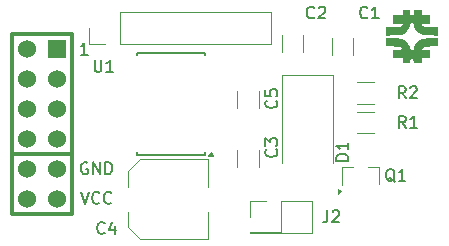
<source format=gbr>
%TF.GenerationSoftware,KiCad,Pcbnew,8.0.3*%
%TF.CreationDate,2024-07-01T17:14:51-05:00*%
%TF.ProjectId,Cartpole_HBridge,43617274-706f-46c6-955f-484272696467,rev?*%
%TF.SameCoordinates,Original*%
%TF.FileFunction,Legend,Top*%
%TF.FilePolarity,Positive*%
%FSLAX46Y46*%
G04 Gerber Fmt 4.6, Leading zero omitted, Abs format (unit mm)*
G04 Created by KiCad (PCBNEW 8.0.3) date 2024-07-01 17:14:51*
%MOMM*%
%LPD*%
G01*
G04 APERTURE LIST*
%ADD10C,0.150000*%
%ADD11C,0.120000*%
%ADD12C,0.000000*%
%ADD13C,0.304800*%
%ADD14C,1.524000*%
%ADD15R,1.524000X1.524000*%
G04 APERTURE END LIST*
D10*
X53333333Y-75859580D02*
X53285714Y-75907200D01*
X53285714Y-75907200D02*
X53142857Y-75954819D01*
X53142857Y-75954819D02*
X53047619Y-75954819D01*
X53047619Y-75954819D02*
X52904762Y-75907200D01*
X52904762Y-75907200D02*
X52809524Y-75811961D01*
X52809524Y-75811961D02*
X52761905Y-75716723D01*
X52761905Y-75716723D02*
X52714286Y-75526247D01*
X52714286Y-75526247D02*
X52714286Y-75383390D01*
X52714286Y-75383390D02*
X52761905Y-75192914D01*
X52761905Y-75192914D02*
X52809524Y-75097676D01*
X52809524Y-75097676D02*
X52904762Y-75002438D01*
X52904762Y-75002438D02*
X53047619Y-74954819D01*
X53047619Y-74954819D02*
X53142857Y-74954819D01*
X53142857Y-74954819D02*
X53285714Y-75002438D01*
X53285714Y-75002438D02*
X53333333Y-75050057D01*
X54190476Y-75288152D02*
X54190476Y-75954819D01*
X53952381Y-74907200D02*
X53714286Y-75621485D01*
X53714286Y-75621485D02*
X54333333Y-75621485D01*
X73954819Y-69738094D02*
X72954819Y-69738094D01*
X72954819Y-69738094D02*
X72954819Y-69499999D01*
X72954819Y-69499999D02*
X73002438Y-69357142D01*
X73002438Y-69357142D02*
X73097676Y-69261904D01*
X73097676Y-69261904D02*
X73192914Y-69214285D01*
X73192914Y-69214285D02*
X73383390Y-69166666D01*
X73383390Y-69166666D02*
X73526247Y-69166666D01*
X73526247Y-69166666D02*
X73716723Y-69214285D01*
X73716723Y-69214285D02*
X73811961Y-69261904D01*
X73811961Y-69261904D02*
X73907200Y-69357142D01*
X73907200Y-69357142D02*
X73954819Y-69499999D01*
X73954819Y-69499999D02*
X73954819Y-69738094D01*
X73954819Y-68214285D02*
X73954819Y-68785713D01*
X73954819Y-68499999D02*
X72954819Y-68499999D01*
X72954819Y-68499999D02*
X73097676Y-68595237D01*
X73097676Y-68595237D02*
X73192914Y-68690475D01*
X73192914Y-68690475D02*
X73240533Y-68785713D01*
X67859580Y-64666666D02*
X67907200Y-64714285D01*
X67907200Y-64714285D02*
X67954819Y-64857142D01*
X67954819Y-64857142D02*
X67954819Y-64952380D01*
X67954819Y-64952380D02*
X67907200Y-65095237D01*
X67907200Y-65095237D02*
X67811961Y-65190475D01*
X67811961Y-65190475D02*
X67716723Y-65238094D01*
X67716723Y-65238094D02*
X67526247Y-65285713D01*
X67526247Y-65285713D02*
X67383390Y-65285713D01*
X67383390Y-65285713D02*
X67192914Y-65238094D01*
X67192914Y-65238094D02*
X67097676Y-65190475D01*
X67097676Y-65190475D02*
X67002438Y-65095237D01*
X67002438Y-65095237D02*
X66954819Y-64952380D01*
X66954819Y-64952380D02*
X66954819Y-64857142D01*
X66954819Y-64857142D02*
X67002438Y-64714285D01*
X67002438Y-64714285D02*
X67050057Y-64666666D01*
X66954819Y-63761904D02*
X66954819Y-64238094D01*
X66954819Y-64238094D02*
X67431009Y-64285713D01*
X67431009Y-64285713D02*
X67383390Y-64238094D01*
X67383390Y-64238094D02*
X67335771Y-64142856D01*
X67335771Y-64142856D02*
X67335771Y-63904761D01*
X67335771Y-63904761D02*
X67383390Y-63809523D01*
X67383390Y-63809523D02*
X67431009Y-63761904D01*
X67431009Y-63761904D02*
X67526247Y-63714285D01*
X67526247Y-63714285D02*
X67764342Y-63714285D01*
X67764342Y-63714285D02*
X67859580Y-63761904D01*
X67859580Y-63761904D02*
X67907200Y-63809523D01*
X67907200Y-63809523D02*
X67954819Y-63904761D01*
X67954819Y-63904761D02*
X67954819Y-64142856D01*
X67954819Y-64142856D02*
X67907200Y-64238094D01*
X67907200Y-64238094D02*
X67859580Y-64285713D01*
X71083333Y-57609580D02*
X71035714Y-57657200D01*
X71035714Y-57657200D02*
X70892857Y-57704819D01*
X70892857Y-57704819D02*
X70797619Y-57704819D01*
X70797619Y-57704819D02*
X70654762Y-57657200D01*
X70654762Y-57657200D02*
X70559524Y-57561961D01*
X70559524Y-57561961D02*
X70511905Y-57466723D01*
X70511905Y-57466723D02*
X70464286Y-57276247D01*
X70464286Y-57276247D02*
X70464286Y-57133390D01*
X70464286Y-57133390D02*
X70511905Y-56942914D01*
X70511905Y-56942914D02*
X70559524Y-56847676D01*
X70559524Y-56847676D02*
X70654762Y-56752438D01*
X70654762Y-56752438D02*
X70797619Y-56704819D01*
X70797619Y-56704819D02*
X70892857Y-56704819D01*
X70892857Y-56704819D02*
X71035714Y-56752438D01*
X71035714Y-56752438D02*
X71083333Y-56800057D01*
X71464286Y-56800057D02*
X71511905Y-56752438D01*
X71511905Y-56752438D02*
X71607143Y-56704819D01*
X71607143Y-56704819D02*
X71845238Y-56704819D01*
X71845238Y-56704819D02*
X71940476Y-56752438D01*
X71940476Y-56752438D02*
X71988095Y-56800057D01*
X71988095Y-56800057D02*
X72035714Y-56895295D01*
X72035714Y-56895295D02*
X72035714Y-56990533D01*
X72035714Y-56990533D02*
X71988095Y-57133390D01*
X71988095Y-57133390D02*
X71416667Y-57704819D01*
X71416667Y-57704819D02*
X72035714Y-57704819D01*
X78833333Y-64454819D02*
X78500000Y-63978628D01*
X78261905Y-64454819D02*
X78261905Y-63454819D01*
X78261905Y-63454819D02*
X78642857Y-63454819D01*
X78642857Y-63454819D02*
X78738095Y-63502438D01*
X78738095Y-63502438D02*
X78785714Y-63550057D01*
X78785714Y-63550057D02*
X78833333Y-63645295D01*
X78833333Y-63645295D02*
X78833333Y-63788152D01*
X78833333Y-63788152D02*
X78785714Y-63883390D01*
X78785714Y-63883390D02*
X78738095Y-63931009D01*
X78738095Y-63931009D02*
X78642857Y-63978628D01*
X78642857Y-63978628D02*
X78261905Y-63978628D01*
X79214286Y-63550057D02*
X79261905Y-63502438D01*
X79261905Y-63502438D02*
X79357143Y-63454819D01*
X79357143Y-63454819D02*
X79595238Y-63454819D01*
X79595238Y-63454819D02*
X79690476Y-63502438D01*
X79690476Y-63502438D02*
X79738095Y-63550057D01*
X79738095Y-63550057D02*
X79785714Y-63645295D01*
X79785714Y-63645295D02*
X79785714Y-63740533D01*
X79785714Y-63740533D02*
X79738095Y-63883390D01*
X79738095Y-63883390D02*
X79166667Y-64454819D01*
X79166667Y-64454819D02*
X79785714Y-64454819D01*
X52488095Y-61204819D02*
X52488095Y-62014342D01*
X52488095Y-62014342D02*
X52535714Y-62109580D01*
X52535714Y-62109580D02*
X52583333Y-62157200D01*
X52583333Y-62157200D02*
X52678571Y-62204819D01*
X52678571Y-62204819D02*
X52869047Y-62204819D01*
X52869047Y-62204819D02*
X52964285Y-62157200D01*
X52964285Y-62157200D02*
X53011904Y-62109580D01*
X53011904Y-62109580D02*
X53059523Y-62014342D01*
X53059523Y-62014342D02*
X53059523Y-61204819D01*
X54059523Y-62204819D02*
X53488095Y-62204819D01*
X53773809Y-62204819D02*
X53773809Y-61204819D01*
X53773809Y-61204819D02*
X53678571Y-61347676D01*
X53678571Y-61347676D02*
X53583333Y-61442914D01*
X53583333Y-61442914D02*
X53488095Y-61490533D01*
X77904761Y-71550057D02*
X77809523Y-71502438D01*
X77809523Y-71502438D02*
X77714285Y-71407200D01*
X77714285Y-71407200D02*
X77571428Y-71264342D01*
X77571428Y-71264342D02*
X77476190Y-71216723D01*
X77476190Y-71216723D02*
X77380952Y-71216723D01*
X77428571Y-71454819D02*
X77333333Y-71407200D01*
X77333333Y-71407200D02*
X77238095Y-71311961D01*
X77238095Y-71311961D02*
X77190476Y-71121485D01*
X77190476Y-71121485D02*
X77190476Y-70788152D01*
X77190476Y-70788152D02*
X77238095Y-70597676D01*
X77238095Y-70597676D02*
X77333333Y-70502438D01*
X77333333Y-70502438D02*
X77428571Y-70454819D01*
X77428571Y-70454819D02*
X77619047Y-70454819D01*
X77619047Y-70454819D02*
X77714285Y-70502438D01*
X77714285Y-70502438D02*
X77809523Y-70597676D01*
X77809523Y-70597676D02*
X77857142Y-70788152D01*
X77857142Y-70788152D02*
X77857142Y-71121485D01*
X77857142Y-71121485D02*
X77809523Y-71311961D01*
X77809523Y-71311961D02*
X77714285Y-71407200D01*
X77714285Y-71407200D02*
X77619047Y-71454819D01*
X77619047Y-71454819D02*
X77428571Y-71454819D01*
X78809523Y-71454819D02*
X78238095Y-71454819D01*
X78523809Y-71454819D02*
X78523809Y-70454819D01*
X78523809Y-70454819D02*
X78428571Y-70597676D01*
X78428571Y-70597676D02*
X78333333Y-70692914D01*
X78333333Y-70692914D02*
X78238095Y-70740533D01*
X75583333Y-57609580D02*
X75535714Y-57657200D01*
X75535714Y-57657200D02*
X75392857Y-57704819D01*
X75392857Y-57704819D02*
X75297619Y-57704819D01*
X75297619Y-57704819D02*
X75154762Y-57657200D01*
X75154762Y-57657200D02*
X75059524Y-57561961D01*
X75059524Y-57561961D02*
X75011905Y-57466723D01*
X75011905Y-57466723D02*
X74964286Y-57276247D01*
X74964286Y-57276247D02*
X74964286Y-57133390D01*
X74964286Y-57133390D02*
X75011905Y-56942914D01*
X75011905Y-56942914D02*
X75059524Y-56847676D01*
X75059524Y-56847676D02*
X75154762Y-56752438D01*
X75154762Y-56752438D02*
X75297619Y-56704819D01*
X75297619Y-56704819D02*
X75392857Y-56704819D01*
X75392857Y-56704819D02*
X75535714Y-56752438D01*
X75535714Y-56752438D02*
X75583333Y-56800057D01*
X76535714Y-57704819D02*
X75964286Y-57704819D01*
X76250000Y-57704819D02*
X76250000Y-56704819D01*
X76250000Y-56704819D02*
X76154762Y-56847676D01*
X76154762Y-56847676D02*
X76059524Y-56942914D01*
X76059524Y-56942914D02*
X75964286Y-56990533D01*
X72206666Y-73954819D02*
X72206666Y-74669104D01*
X72206666Y-74669104D02*
X72159047Y-74811961D01*
X72159047Y-74811961D02*
X72063809Y-74907200D01*
X72063809Y-74907200D02*
X71920952Y-74954819D01*
X71920952Y-74954819D02*
X71825714Y-74954819D01*
X72635238Y-74050057D02*
X72682857Y-74002438D01*
X72682857Y-74002438D02*
X72778095Y-73954819D01*
X72778095Y-73954819D02*
X73016190Y-73954819D01*
X73016190Y-73954819D02*
X73111428Y-74002438D01*
X73111428Y-74002438D02*
X73159047Y-74050057D01*
X73159047Y-74050057D02*
X73206666Y-74145295D01*
X73206666Y-74145295D02*
X73206666Y-74240533D01*
X73206666Y-74240533D02*
X73159047Y-74383390D01*
X73159047Y-74383390D02*
X72587619Y-74954819D01*
X72587619Y-74954819D02*
X73206666Y-74954819D01*
X78833333Y-66954819D02*
X78500000Y-66478628D01*
X78261905Y-66954819D02*
X78261905Y-65954819D01*
X78261905Y-65954819D02*
X78642857Y-65954819D01*
X78642857Y-65954819D02*
X78738095Y-66002438D01*
X78738095Y-66002438D02*
X78785714Y-66050057D01*
X78785714Y-66050057D02*
X78833333Y-66145295D01*
X78833333Y-66145295D02*
X78833333Y-66288152D01*
X78833333Y-66288152D02*
X78785714Y-66383390D01*
X78785714Y-66383390D02*
X78738095Y-66431009D01*
X78738095Y-66431009D02*
X78642857Y-66478628D01*
X78642857Y-66478628D02*
X78261905Y-66478628D01*
X79785714Y-66954819D02*
X79214286Y-66954819D01*
X79500000Y-66954819D02*
X79500000Y-65954819D01*
X79500000Y-65954819D02*
X79404762Y-66097676D01*
X79404762Y-66097676D02*
X79309524Y-66192914D01*
X79309524Y-66192914D02*
X79214286Y-66240533D01*
X67859580Y-68791666D02*
X67907200Y-68839285D01*
X67907200Y-68839285D02*
X67954819Y-68982142D01*
X67954819Y-68982142D02*
X67954819Y-69077380D01*
X67954819Y-69077380D02*
X67907200Y-69220237D01*
X67907200Y-69220237D02*
X67811961Y-69315475D01*
X67811961Y-69315475D02*
X67716723Y-69363094D01*
X67716723Y-69363094D02*
X67526247Y-69410713D01*
X67526247Y-69410713D02*
X67383390Y-69410713D01*
X67383390Y-69410713D02*
X67192914Y-69363094D01*
X67192914Y-69363094D02*
X67097676Y-69315475D01*
X67097676Y-69315475D02*
X67002438Y-69220237D01*
X67002438Y-69220237D02*
X66954819Y-69077380D01*
X66954819Y-69077380D02*
X66954819Y-68982142D01*
X66954819Y-68982142D02*
X67002438Y-68839285D01*
X67002438Y-68839285D02*
X67050057Y-68791666D01*
X66954819Y-68458332D02*
X66954819Y-67839285D01*
X66954819Y-67839285D02*
X67335771Y-68172618D01*
X67335771Y-68172618D02*
X67335771Y-68029761D01*
X67335771Y-68029761D02*
X67383390Y-67934523D01*
X67383390Y-67934523D02*
X67431009Y-67886904D01*
X67431009Y-67886904D02*
X67526247Y-67839285D01*
X67526247Y-67839285D02*
X67764342Y-67839285D01*
X67764342Y-67839285D02*
X67859580Y-67886904D01*
X67859580Y-67886904D02*
X67907200Y-67934523D01*
X67907200Y-67934523D02*
X67954819Y-68029761D01*
X67954819Y-68029761D02*
X67954819Y-68315475D01*
X67954819Y-68315475D02*
X67907200Y-68410713D01*
X67907200Y-68410713D02*
X67859580Y-68458332D01*
X51316667Y-72384819D02*
X51650000Y-73384819D01*
X51650000Y-73384819D02*
X51983333Y-72384819D01*
X52888095Y-73289580D02*
X52840476Y-73337200D01*
X52840476Y-73337200D02*
X52697619Y-73384819D01*
X52697619Y-73384819D02*
X52602381Y-73384819D01*
X52602381Y-73384819D02*
X52459524Y-73337200D01*
X52459524Y-73337200D02*
X52364286Y-73241961D01*
X52364286Y-73241961D02*
X52316667Y-73146723D01*
X52316667Y-73146723D02*
X52269048Y-72956247D01*
X52269048Y-72956247D02*
X52269048Y-72813390D01*
X52269048Y-72813390D02*
X52316667Y-72622914D01*
X52316667Y-72622914D02*
X52364286Y-72527676D01*
X52364286Y-72527676D02*
X52459524Y-72432438D01*
X52459524Y-72432438D02*
X52602381Y-72384819D01*
X52602381Y-72384819D02*
X52697619Y-72384819D01*
X52697619Y-72384819D02*
X52840476Y-72432438D01*
X52840476Y-72432438D02*
X52888095Y-72480057D01*
X53888095Y-73289580D02*
X53840476Y-73337200D01*
X53840476Y-73337200D02*
X53697619Y-73384819D01*
X53697619Y-73384819D02*
X53602381Y-73384819D01*
X53602381Y-73384819D02*
X53459524Y-73337200D01*
X53459524Y-73337200D02*
X53364286Y-73241961D01*
X53364286Y-73241961D02*
X53316667Y-73146723D01*
X53316667Y-73146723D02*
X53269048Y-72956247D01*
X53269048Y-72956247D02*
X53269048Y-72813390D01*
X53269048Y-72813390D02*
X53316667Y-72622914D01*
X53316667Y-72622914D02*
X53364286Y-72527676D01*
X53364286Y-72527676D02*
X53459524Y-72432438D01*
X53459524Y-72432438D02*
X53602381Y-72384819D01*
X53602381Y-72384819D02*
X53697619Y-72384819D01*
X53697619Y-72384819D02*
X53840476Y-72432438D01*
X53840476Y-72432438D02*
X53888095Y-72480057D01*
X51921714Y-60754819D02*
X51350286Y-60754819D01*
X51636000Y-60754819D02*
X51636000Y-59754819D01*
X51636000Y-59754819D02*
X51540762Y-59897676D01*
X51540762Y-59897676D02*
X51445524Y-59992914D01*
X51445524Y-59992914D02*
X51350286Y-60040533D01*
X51888095Y-69932438D02*
X51792857Y-69884819D01*
X51792857Y-69884819D02*
X51650000Y-69884819D01*
X51650000Y-69884819D02*
X51507143Y-69932438D01*
X51507143Y-69932438D02*
X51411905Y-70027676D01*
X51411905Y-70027676D02*
X51364286Y-70122914D01*
X51364286Y-70122914D02*
X51316667Y-70313390D01*
X51316667Y-70313390D02*
X51316667Y-70456247D01*
X51316667Y-70456247D02*
X51364286Y-70646723D01*
X51364286Y-70646723D02*
X51411905Y-70741961D01*
X51411905Y-70741961D02*
X51507143Y-70837200D01*
X51507143Y-70837200D02*
X51650000Y-70884819D01*
X51650000Y-70884819D02*
X51745238Y-70884819D01*
X51745238Y-70884819D02*
X51888095Y-70837200D01*
X51888095Y-70837200D02*
X51935714Y-70789580D01*
X51935714Y-70789580D02*
X51935714Y-70456247D01*
X51935714Y-70456247D02*
X51745238Y-70456247D01*
X52364286Y-70884819D02*
X52364286Y-69884819D01*
X52364286Y-69884819D02*
X52935714Y-70884819D01*
X52935714Y-70884819D02*
X52935714Y-69884819D01*
X53411905Y-70884819D02*
X53411905Y-69884819D01*
X53411905Y-69884819D02*
X53650000Y-69884819D01*
X53650000Y-69884819D02*
X53792857Y-69932438D01*
X53792857Y-69932438D02*
X53888095Y-70027676D01*
X53888095Y-70027676D02*
X53935714Y-70122914D01*
X53935714Y-70122914D02*
X53983333Y-70313390D01*
X53983333Y-70313390D02*
X53983333Y-70456247D01*
X53983333Y-70456247D02*
X53935714Y-70646723D01*
X53935714Y-70646723D02*
X53888095Y-70741961D01*
X53888095Y-70741961D02*
X53792857Y-70837200D01*
X53792857Y-70837200D02*
X53650000Y-70884819D01*
X53650000Y-70884819D02*
X53411905Y-70884819D01*
D11*
%TO.C,C4*%
X55290000Y-70654437D02*
X55290000Y-71940000D01*
X55290000Y-70654437D02*
X56354437Y-69590000D01*
X55290000Y-75345563D02*
X55290000Y-74060000D01*
X55290000Y-75345563D02*
X56354437Y-76410000D01*
X56354437Y-69590000D02*
X62110000Y-69590000D01*
X56354437Y-76410000D02*
X62110000Y-76410000D01*
X62110000Y-69590000D02*
X62110000Y-71940000D01*
X62110000Y-76410000D02*
X62110000Y-74060000D01*
%TO.C,D1*%
X68350000Y-62490000D02*
X68350000Y-69900000D01*
X72650000Y-62490000D02*
X68350000Y-62490000D01*
X72650000Y-62490000D02*
X72650000Y-69900000D01*
%TO.C,C5*%
X64590000Y-63826248D02*
X64590000Y-65248752D01*
X66410000Y-63826248D02*
X66410000Y-65248752D01*
%TO.C,C2*%
X70160000Y-59101248D02*
X70160000Y-60523752D01*
X68340000Y-59101248D02*
X68340000Y-60523752D01*
%TO.C,R2*%
X74722936Y-63090000D02*
X76177064Y-63090000D01*
X74722936Y-64910000D02*
X76177064Y-64910000D01*
%TO.C,U1*%
X62552500Y-69330000D02*
X62072500Y-69330000D01*
X62312500Y-69000000D01*
X62552500Y-69330000D01*
G36*
X62552500Y-69330000D02*
G01*
X62072500Y-69330000D01*
X62312500Y-69000000D01*
X62552500Y-69330000D01*
G37*
D10*
X56062500Y-60600000D02*
X56062500Y-60825000D01*
X56062500Y-69250000D02*
X56062500Y-69025000D01*
X61812500Y-60600000D02*
X56062500Y-60600000D01*
X61812500Y-60600000D02*
X61812500Y-60825000D01*
X61812500Y-69250000D02*
X56062500Y-69250000D01*
X61812500Y-69250000D02*
X61812500Y-69025000D01*
D11*
%TO.C,Q1*%
X73420000Y-70240000D02*
X74350000Y-70240000D01*
X73420000Y-71040000D02*
X73420000Y-70240000D01*
X73420000Y-71040000D02*
X73420000Y-71840000D01*
X76580000Y-70240000D02*
X75650000Y-70240000D01*
X76580000Y-70240000D02*
X76580000Y-71700000D01*
X73390000Y-72340000D02*
X73060000Y-72580000D01*
X73060000Y-72100000D01*
X73390000Y-72340000D01*
G36*
X73390000Y-72340000D02*
G01*
X73060000Y-72580000D01*
X73060000Y-72100000D01*
X73390000Y-72340000D01*
G37*
%TO.C,C1*%
X72590000Y-59351248D02*
X72590000Y-60773752D01*
X74410000Y-59351248D02*
X74410000Y-60773752D01*
D12*
%TO.C,G\u002A\u002A\u002A*%
G36*
X79225109Y-57188311D02*
G01*
X79235378Y-57318440D01*
X79281589Y-57371712D01*
X79362555Y-57380736D01*
X79455504Y-57366359D01*
X79493555Y-57301663D01*
X79500000Y-57188311D01*
X79500000Y-56995887D01*
X79857360Y-56995887D01*
X80214719Y-56995887D01*
X80214719Y-57215801D01*
X80214719Y-57435714D01*
X80572078Y-57435714D01*
X80929438Y-57435714D01*
X80929438Y-57793073D01*
X80929438Y-58150433D01*
X80572078Y-58150433D01*
X80359857Y-58157179D01*
X80247990Y-58181723D01*
X80227461Y-58230522D01*
X80289253Y-58310030D01*
X80315260Y-58334336D01*
X80385103Y-58377080D01*
X80495450Y-58404579D01*
X80667614Y-58419654D01*
X80922908Y-58425126D01*
X81002490Y-58425324D01*
X81589178Y-58425324D01*
X81589178Y-58789321D01*
X81589178Y-59153317D01*
X80915693Y-59129490D01*
X80567845Y-59111284D01*
X80307497Y-59080075D01*
X80112342Y-59028628D01*
X79960076Y-58949706D01*
X79828392Y-58836074D01*
X79753566Y-58752492D01*
X79646376Y-58585060D01*
X79561493Y-58384882D01*
X79548066Y-58338180D01*
X79498393Y-58183291D01*
X79439222Y-58111302D01*
X79363055Y-58095454D01*
X79278082Y-58115383D01*
X79229730Y-58194327D01*
X79204226Y-58313933D01*
X79122666Y-58538672D01*
X78964826Y-58762702D01*
X78758685Y-58950378D01*
X78653419Y-59015705D01*
X78521579Y-59062192D01*
X78318637Y-59096169D01*
X78029737Y-59119636D01*
X77809416Y-59129490D01*
X77135931Y-59153317D01*
X77135931Y-58789321D01*
X77135931Y-58425324D01*
X77740693Y-58425324D01*
X78010102Y-58423499D01*
X78193019Y-58415369D01*
X78312883Y-58396955D01*
X78393136Y-58364275D01*
X78457215Y-58313350D01*
X78469156Y-58301623D01*
X78592858Y-58177922D01*
X78194265Y-58161769D01*
X77795671Y-58145616D01*
X77795671Y-57790665D01*
X77795671Y-57435714D01*
X78180520Y-57435714D01*
X78565368Y-57435714D01*
X78565368Y-57215801D01*
X78565368Y-56995887D01*
X78895239Y-56995887D01*
X79225109Y-56995887D01*
X79225109Y-57188311D01*
G37*
G36*
X81589178Y-59710679D02*
G01*
X81589178Y-60074675D01*
X80992937Y-60074675D01*
X80720620Y-60077229D01*
X80536250Y-60087028D01*
X80417892Y-60107284D01*
X80343608Y-60141204D01*
X80305708Y-60175216D01*
X80235743Y-60265903D01*
X80214719Y-60312662D01*
X80264873Y-60331458D01*
X80396096Y-60344750D01*
X80572078Y-60349567D01*
X80929438Y-60349567D01*
X80929438Y-60706926D01*
X80929438Y-61064285D01*
X80572078Y-61064285D01*
X80214719Y-61064285D01*
X80214719Y-61284199D01*
X80214719Y-61504112D01*
X79857360Y-61504112D01*
X79500000Y-61504112D01*
X79500000Y-61311688D01*
X79489731Y-61181559D01*
X79443520Y-61128287D01*
X79362555Y-61119264D01*
X79269606Y-61133640D01*
X79231554Y-61198336D01*
X79225109Y-61311688D01*
X79225109Y-61504112D01*
X78895239Y-61504112D01*
X78565368Y-61504112D01*
X78565368Y-61284199D01*
X78565368Y-61064285D01*
X78180520Y-61064285D01*
X77795671Y-61064285D01*
X77795671Y-60709335D01*
X77795671Y-60354384D01*
X78194265Y-60338231D01*
X78592858Y-60322078D01*
X78469156Y-60198376D01*
X78405499Y-60143643D01*
X78330001Y-60107892D01*
X78219223Y-60087140D01*
X78049725Y-60077410D01*
X77798067Y-60074719D01*
X77740693Y-60074675D01*
X77135931Y-60074675D01*
X77135931Y-59710679D01*
X77135931Y-59346683D01*
X77809416Y-59370510D01*
X78156906Y-59388643D01*
X78409539Y-59416086D01*
X78582174Y-59454840D01*
X78653419Y-59484295D01*
X78872565Y-59642679D01*
X79056516Y-59854117D01*
X79177293Y-60082962D01*
X79204226Y-60186066D01*
X79238589Y-60330291D01*
X79293431Y-60393297D01*
X79363055Y-60404545D01*
X79447378Y-60383638D01*
X79504370Y-60303226D01*
X79548066Y-60161820D01*
X79621342Y-59965412D01*
X79726460Y-59782524D01*
X79753566Y-59747507D01*
X79883509Y-59610717D01*
X80021249Y-59512785D01*
X80189091Y-59446474D01*
X80409342Y-59404550D01*
X80704307Y-59379776D01*
X80915693Y-59370510D01*
X81589178Y-59346683D01*
X81589178Y-59710679D01*
G37*
D11*
%TO.C,J2*%
X65670000Y-73170000D02*
X67000000Y-73170000D01*
X65670000Y-74500000D02*
X65670000Y-73170000D01*
X65670000Y-75770000D02*
X65670000Y-75830000D01*
X65670000Y-75770000D02*
X68270000Y-75770000D01*
X65670000Y-75830000D02*
X70870000Y-75830000D01*
X68270000Y-73170000D02*
X70870000Y-73170000D01*
X68270000Y-75770000D02*
X68270000Y-73170000D01*
X70870000Y-73170000D02*
X70870000Y-75830000D01*
%TO.C,R1*%
X74722936Y-65590000D02*
X76177064Y-65590000D01*
X74722936Y-67410000D02*
X76177064Y-67410000D01*
%TO.C,C3*%
X66410000Y-70273752D02*
X66410000Y-68851248D01*
X64590000Y-70273752D02*
X64590000Y-68851248D01*
%TO.C,J3*%
X52050000Y-59830000D02*
X52050000Y-58500000D01*
X53380000Y-59830000D02*
X52050000Y-59830000D01*
X54650000Y-57170000D02*
X67410000Y-57170000D01*
X54650000Y-59830000D02*
X54650000Y-57170000D01*
X54650000Y-59830000D02*
X67410000Y-59830000D01*
X67410000Y-59830000D02*
X67410000Y-57170000D01*
D13*
%TO.C,J1*%
X50620000Y-74270000D02*
X50620000Y-59030000D01*
X50620000Y-69190000D02*
X45540000Y-69190000D01*
X50620000Y-59030000D02*
X45540000Y-59030000D01*
X45540000Y-74270000D02*
X50620000Y-74270000D01*
X45540000Y-59030000D02*
X45540000Y-74270000D01*
%TD*%
D14*
%TO.C,J1*%
X46810000Y-73000000D03*
X46810000Y-70460000D03*
X46810000Y-67920000D03*
X46810000Y-65380000D03*
X46810000Y-62840000D03*
X46810000Y-60300000D03*
X49350000Y-73000000D03*
X49350000Y-70460000D03*
X49350000Y-67920000D03*
X49350000Y-65380000D03*
X49350000Y-62840000D03*
D15*
X49350000Y-60300000D03*
%TD*%
M02*

</source>
